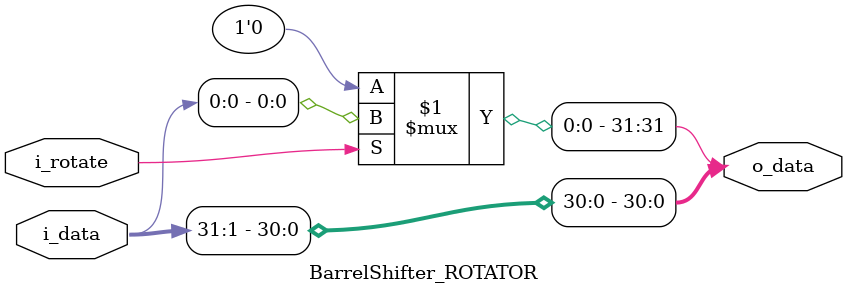
<source format=sv>
module BarrelShifter
#(
    parameter WIDTH = 32)
(
    input  logic [WIDTH-1:0]         i_data,   // Dades d'entrada
    input  logic [$clog2(WIDTH)-1:0] i_bits,   // Nombre de bits a moure
    input  logic                     i_left,   // Selecciona esquerra
    input  logic                     i_rotate, // Selecciona rotacio
    output logic [WIDTH-1:0]         o_data);  // Dasdes de sortida


    logic [WIDTH-1:0] d0, dx0;

    BarrelShifter_ROTATOR #(
        .WIDTH(WIDTH),
        .BITS(1))
    rotator0 (
        .i_data   (i_data),
        .i_rotate (i_rotate),
        .o_data   (dx0));

    Mux2To1 #(
        .WIDTH (WIDTH))
    mux0 (
        .i_select (i_left),
        .i_input0 (i_data),
        .i_input1 (dx0),
        .o_output (d0));

    generate
        genvar i;
        for (i = 0; i < $clog2(WIDTH); i++) begin : BLK1

            logic [WIDTH-1:0] d, dx;

            if (i == 0) begin
                BarrelShifter_ROTATOR #(
                    .WIDTH(WIDTH),
                    .BITS(2**i))
                rotator (
                    .i_data   (d0),
                    .i_rotate (i_rotate),
                    .o_data   (BLK1[i].dx));

                Mux2To1 #(
                    .WIDTH (WIDTH))
                mux (
                    .i_select (i_left ^ i_bits[i]),
                    .i_input0 (d0),
                    .i_input1 (BLK1[i].dx),
                    .o_output (BLK1[i].d));
            end

            else begin
                BarrelShifter_ROTATOR #(
                    .WIDTH(WIDTH),
                    .BITS(2**i))
                rotator (
                    .i_data   (BLK1[i-1].d),
                    .i_rotate (i_rotate),
                    .o_data   (BLK1[i].dx));

                Mux2To1 #(
                    .WIDTH (WIDTH))
                mux (
                    .i_select (i_left ^ i_bits[i]),
                    .i_input0 (BLK1[i-1].d),
                    .i_input1 (BLK1[i].dx),
                    .o_output (BLK1[i].d));
            end

            if (i == $clog2(WIDTH)-1)
                assign o_data = BLK1[i].d;
        end

    endgenerate

endmodule



module BarrelShifter_ROTATOR
#(
    parameter WIDTH = 32,
    parameter BITS = 1)
(
    input  logic [WIDTH-1:0] i_data,  // Dades d'entrada
    input  logic i_rotate,            // Selecciona rotacio
    output logic [WIDTH-1:0] o_data); // Dades de sortida

    assign o_data = { i_rotate ? i_data[BITS-1:0] : {BITS{1'b0}},  i_data[WIDTH-1:BITS]};

endmodule
</source>
